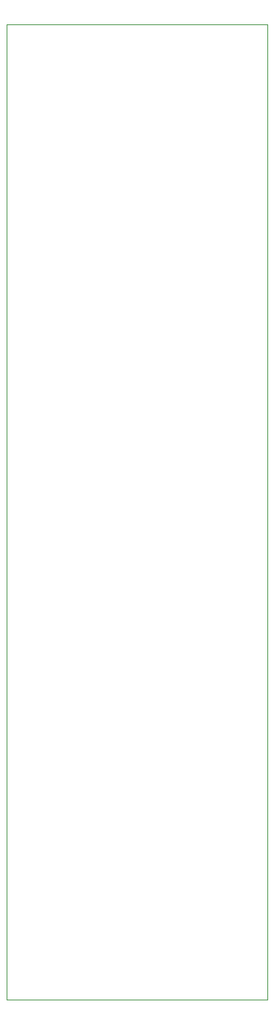
<source format=gbr>
G04 #@! TF.GenerationSoftware,KiCad,Pcbnew,(5.1.4-0-10_14)*
G04 #@! TF.CreationDate,2019-10-08T20:54:06-07:00*
G04 #@! TF.ProjectId,ADSR_Main_IO,41445352-5f4d-4616-996e-5f494f2e6b69,rev?*
G04 #@! TF.SameCoordinates,Original*
G04 #@! TF.FileFunction,Profile,NP*
%FSLAX46Y46*%
G04 Gerber Fmt 4.6, Leading zero omitted, Abs format (unit mm)*
G04 Created by KiCad (PCBNEW (5.1.4-0-10_14)) date 2019-10-08 20:54:06*
%MOMM*%
%LPD*%
G04 APERTURE LIST*
%ADD10C,0.050000*%
G04 APERTURE END LIST*
D10*
X63754000Y-160020000D02*
X63754000Y-48260000D01*
X93726000Y-160020000D02*
X63754000Y-160020000D01*
X93726000Y-48260000D02*
X93726000Y-160020000D01*
X63754000Y-48260000D02*
X93726000Y-48260000D01*
M02*

</source>
